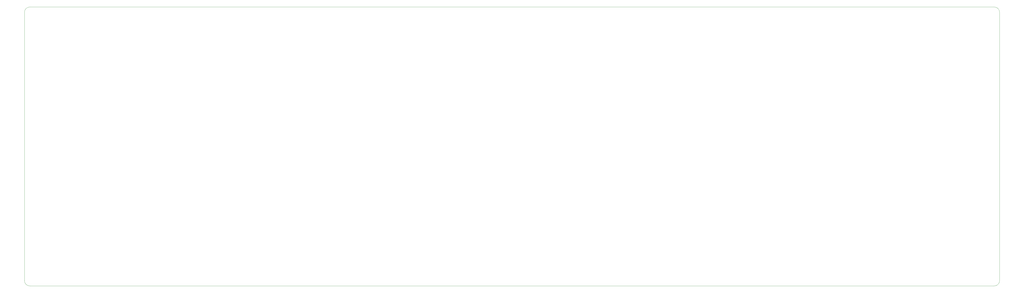
<source format=gbr>
G04 #@! TF.GenerationSoftware,KiCad,Pcbnew,5.1.2*
G04 #@! TF.CreationDate,2019-06-11T15:37:51+02:00*
G04 #@! TF.ProjectId,keyboard_layout_jopr,6b657962-6f61-4726-945f-6c61796f7574,rev?*
G04 #@! TF.SameCoordinates,Original*
G04 #@! TF.FileFunction,Profile,NP*
%FSLAX46Y46*%
G04 Gerber Fmt 4.6, Leading zero omitted, Abs format (unit mm)*
G04 Created by KiCad (PCBNEW 5.1.2) date 2019-06-11 15:37:51*
%MOMM*%
%LPD*%
G04 APERTURE LIST*
%ADD10C,0.050000*%
G04 APERTURE END LIST*
D10*
X442118750Y-15875000D02*
X18256250Y-15875000D01*
X444500000Y-136525000D02*
X444500000Y-18256250D01*
X18256250Y-138906250D02*
X442118750Y-138906250D01*
X15875000Y-18256250D02*
X15875000Y-136525000D01*
X15875000Y-18256250D02*
G75*
G02X18256250Y-15875000I2381250J0D01*
G01*
X18256250Y-138906250D02*
G75*
G02X15875000Y-136525000I0J2381250D01*
G01*
X442118750Y-15875000D02*
G75*
G02X444500000Y-18256250I0J-2381250D01*
G01*
X444500000Y-136525000D02*
G75*
G02X442118750Y-138906250I-2381250J0D01*
G01*
M02*

</source>
